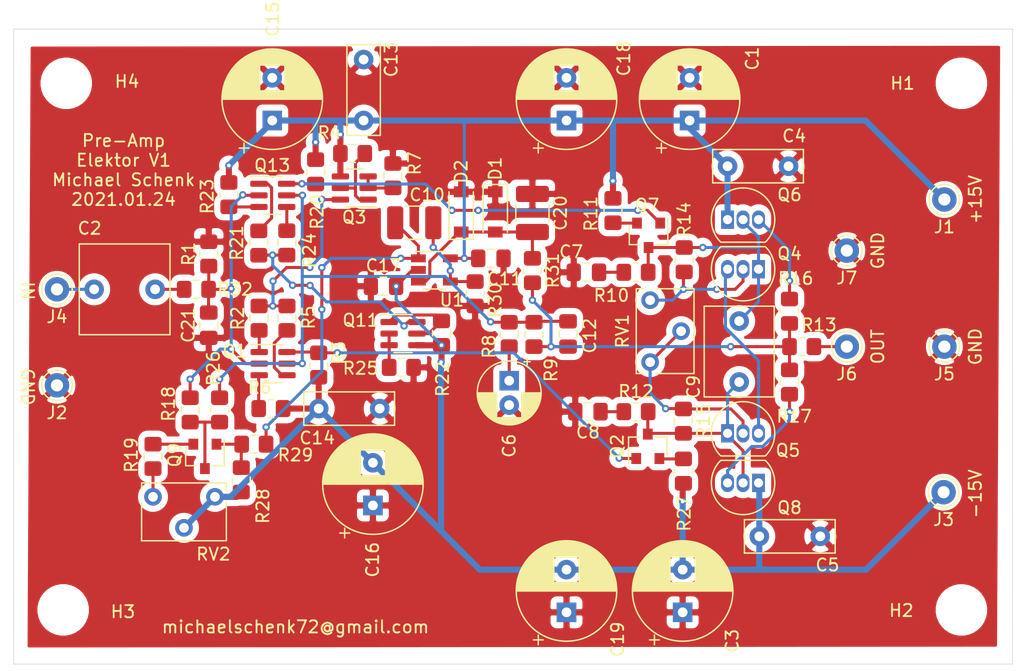
<source format=kicad_pcb>
(kicad_pcb (version 20171130) (host pcbnew "(5.1.9-0-10_14)")
  (layers (0 F.Cu signal) (31 B.Cu signal) (34 B.Paste user) (35 F.Paste user) (36 B.SilkS user) (37 F.SilkS user) (38 B.Mask user) (39 F.Mask user) (44 Edge.Cuts user))
  (net 0 "")
  (net 1 GND)
  (net 2 +15V)
  (net 3 "Net-(C2-Pad2)")
  (net 4 "Net-(C2-Pad1)")
  (net 5 -15V)
  (net 6 "Net-(C6-Pad1)")
  (net 7 "Net-(C7-Pad2)")
  (net 8 "Net-(J6-Pad1)")
  (net 9 "Net-(Q2-Pad2)")
  (net 10 "Net-(Q7-Pad2)")
  (net 11 "Net-(C12-Pad2)")
  (net 12 "Net-(C12-Pad1)")
  (net 13 "Net-(Q11-Pad1)")
  (net 14 "Net-(Q11-Pad6)")
  (net 15 "Net-(Q11-Pad2)")
  (net 16 "Net-(Q13-Pad4)")
  (net 17 "Net-(Q13-Pad3)")
  (net 18 "Net-(Q13-Pad1)")
  (net 19 "Net-(Q3-Pad6)")
  (net 20 "Net-(Q3-Pad1)")
  (net 21 "Net-(Q3-Pad2)")
  (net 22 "Net-(Q9-Pad2)")
  (net 23 "Net-(Q9-Pad1)")
  (net 24 "Net-(Q1-Pad4)")
  (net 25 "Net-(Q1-Pad3)")
  (net 26 "Net-(Q1-Pad1)")
  (net 27 "Net-(C8-Pad1)")
  (net 28 "Net-(C9-Pad2)")
  (net 29 "Net-(C9-Pad1)")
  (net 30 "Net-(Q1-Pad6)")
  (net 31 "Net-(Q4-Pad3)")
  (net 32 "Net-(Q4-Pad2)")
  (net 33 "Net-(Q5-Pad2)")
  (net 34 "Net-(Q6-Pad3)")
  (net 35 "Net-(Q13-Pad6)")
  (net 36 "Net-(Q8-Pad3)")
  (net 37 "Net-(C10-Pad2)")
  (net 38 "Net-(C10-Pad1)")
  (net 39 "Net-(C20-Pad2)")
  (net 40 "Net-(Q9-Pad3)")
  (net 41 "Net-(R19-Pad2)")
  (net 42 "Net-(C21-Pad2)")
  (module Resistor_SMD:R_0805_2012Metric_Pad1.20x1.40mm_HandSolder (layer F.Cu) (at 137.922 114.316 90)
    (fp_text reference R1 (at 0 -1.65 90) (layer F.SilkS))
    (fp_text value 10k)
    (pad 2 smd roundrect (at 1 0 90) (size 1.2 1.4) (layers F.Cu F.Paste F.Mask) (roundrect_rratio 0.2083325) (net 1 GND))
    (pad 1 smd roundrect (at -1 0 90) (size 1.2 1.4) (layers F.Cu F.Paste F.Mask) (roundrect_rratio 0.2083325) (net 42 "Net-(C21-Pad2)"))
  )
  (module Resistor_SMD:R_0805_2012Metric_Pad1.20x1.40mm_HandSolder (layer F.Cu) (at 136.906 117.221 180)
    (fp_text reference R32 (at -3.175 0) (layer F.SilkS))
    (fp_text value 470R)
    (pad 2 smd roundrect (at 1 0 180) (size 1.2 1.4) (layers F.Cu F.Paste F.Mask) (roundrect_rratio 0.208333) (net 4 "Net-(C2-Pad1)"))
    (pad 1 smd roundrect (at -1 0 180) (size 1.2 1.4) (layers F.Cu F.Paste F.Mask) (roundrect_rratio 0.208333) (net 42 "Net-(C21-Pad2)"))
  )
  (module Capacitor_SMD:C_0805_2012Metric_Pad1.18x1.45mm_HandSolder (layer F.Cu) (at 137.922 120.1635 90)
    (fp_text reference C21 (at 0 -1.68 90) (layer F.SilkS))
    (fp_text value 33p)
    (pad 2 smd roundrect (at 1.0375 0 90) (size 1.175 1.45) (layers F.Cu F.Paste F.Mask) (roundrect_rratio 0.212766) (net 42 "Net-(C21-Pad2)"))
    (pad 1 smd roundrect (at -1.0375 0 90) (size 1.175 1.45) (layers F.Cu F.Paste F.Mask) (roundrect_rratio 0.212766) (net 1 GND))
  )
  (module Resistor_SMD:R_0805_2012Metric_Pad1.20x1.40mm_HandSolder (layer F.Cu) (at 146.939 123.428 270)
    (fp_text reference R3 (at -1 -1.651 90) (layer F.SilkS))
    (fp_text value 806R)
    (pad 2 smd roundrect (at 1 0 270) (size 1.2 1.4) (layers F.Cu F.Paste F.Mask) (roundrect_rratio 0.2083325) (net 5 -15V))
    (pad 1 smd roundrect (at -1 0 270) (size 1.2 1.4) (layers F.Cu F.Paste F.Mask) (roundrect_rratio 0.2083325) (net 30 "Net-(Q1-Pad6)"))
  )
  (module Resistor_SMD:R_0805_2012Metric_Pad1.20x1.40mm_HandSolder (layer F.Cu) (at 162.56 120.92 270)
    (fp_text reference R8 (at 1 1.651 90) (layer F.SilkS))
    (fp_text value 10k)
    (pad 2 smd roundrect (at 1 0 270) (size 1.2 1.4) (layers F.Cu F.Paste F.Mask) (roundrect_rratio 0.2083325) (net 6 "Net-(C6-Pad1)"))
    (pad 1 smd roundrect (at -1 0 270) (size 1.2 1.4) (layers F.Cu F.Paste F.Mask) (roundrect_rratio 0.2083325) (net 11 "Net-(C12-Pad2)"))
  )
  (module Diode_SMD:D_SOD-123 (layer F.Cu) (at 161.417 110.872 270)
    (fp_text reference D1 (at -3.557 0 90) (layer F.SilkS))
    (fp_text value 1N4148W)
    (pad 2 smd rect (at 1.65 0 270) (size 0.9 1.2) (layers F.Cu F.Paste F.Mask) (net 39 "Net-(C20-Pad2)"))
    (pad 1 smd rect (at -1.65 0 270) (size 0.9 1.2) (layers F.Cu F.Paste F.Mask) (net 1 GND))
  )
  (module Capacitor_SMD:C_1210_3225Metric_Pad1.33x2.70mm_HandSolder (layer F.Cu) (at 164.465 110.9595 270)
    (fp_text reference C20 (at 0 -2.3 90) (layer F.SilkS))
    (fp_text value 2.2uF)
    (pad 2 smd roundrect (at 1.5625 0 270) (size 1.325 2.7) (layers F.Cu F.Paste F.Mask) (roundrect_rratio 0.188679) (net 39 "Net-(C20-Pad2)"))
    (pad 1 smd roundrect (at -1.5625 0 270) (size 1.325 2.7) (layers F.Cu F.Paste F.Mask) (roundrect_rratio 0.188679) (net 1 GND))
  )
  (module Capacitor_SMD:C_1210_3225Metric_Pad1.33x2.70mm_HandSolder (layer F.Cu) (at 154.7745 111.76)
    (fp_text reference C10 (at 1.0545 -2.286) (layer F.SilkS))
    (fp_text value 2.2uF)
    (pad 2 smd roundrect (at 1.5625 0) (size 1.325 2.7) (layers F.Cu F.Paste F.Mask) (roundrect_rratio 0.188679) (net 37 "Net-(C10-Pad2)"))
    (pad 1 smd roundrect (at -1.5625 0) (size 1.325 2.7) (layers F.Cu F.Paste F.Mask) (roundrect_rratio 0.188679) (net 38 "Net-(C10-Pad1)"))
  )
  (module Package_TO_SOT_SMD:TSOT-23-5 (layer F.Cu) (at 156.424 115.631)
    (fp_text reference U1 (at 1.437 2.479) (layer F.SilkS))
    (fp_text value OPA188xxDBV)
    (pad 5 smd rect (at 1.31 -0.95) (size 1.22 0.65) (layers F.Cu F.Paste F.Mask) (net 2 +15V))
    (pad 4 smd rect (at 1.31 0.95) (size 1.22 0.65) (layers F.Cu F.Paste F.Mask) (net 37 "Net-(C10-Pad2)"))
    (pad 3 smd rect (at -1.31 0.95) (size 1.22 0.65) (layers F.Cu F.Paste F.Mask) (net 39 "Net-(C20-Pad2)"))
    (pad 2 smd rect (at -1.31 0) (size 1.22 0.65) (layers F.Cu F.Paste F.Mask) (net 5 -15V))
    (pad 1 smd rect (at -1.31 -0.95) (size 1.22 0.65) (layers F.Cu F.Paste F.Mask) (net 38 "Net-(C10-Pad1)"))
  )
  (module Potentiometer_THT:Potentiometer_Bourns_3266W_Vertical (layer F.Cu) (at 138.43 134.239)
    (fp_text reference RV2 (at -0.127 4.699) (layer F.SilkS))
    (fp_text value 100k)
    (pad 3 thru_hole circle (at -5.08 0) (size 1.44 1.44) (drill 0.8) (layers *.Cu *.Mask) (net 41 "Net-(R19-Pad2)"))
    (pad 2 thru_hole circle (at -2.54 2.54) (size 1.44 1.44) (drill 0.8) (layers *.Cu *.Mask) (net 5 -15V))
    (pad 1 thru_hole circle (at 0 0) (size 1.44 1.44) (drill 0.8) (layers *.Cu *.Mask) (net 5 -15V))
  )
  (module Potentiometer_THT:Potentiometer_Bourns_3266W_Vertical (layer F.Cu) (at 174.117 118.11 90)
    (fp_text reference RV1 (at -2.54 -2.27 90) (layer F.SilkS))
    (fp_text value 10k)
    (pad 3 thru_hole circle (at -5.08 0 90) (size 1.44 1.44) (drill 0.8) (layers *.Cu *.Mask) (net 33 "Net-(Q5-Pad2)"))
    (pad 2 thru_hole circle (at -2.54 2.54 90) (size 1.44 1.44) (drill 0.8) (layers *.Cu *.Mask) (net 33 "Net-(Q5-Pad2)"))
    (pad 1 thru_hole circle (at 0 0 90) (size 1.44 1.44) (drill 0.8) (layers *.Cu *.Mask) (net 32 "Net-(Q4-Pad2)"))
  )
  (module Capacitor_SMD:C_0805_2012Metric_Pad1.18x1.45mm_HandSolder (layer F.Cu) (at 169.0155 127.254 180)
    (fp_text reference C8 (at 0 -1.68) (layer F.SilkS))
    (fp_text value 150p)
    (pad 2 smd roundrect (at 1.0375 0 180) (size 1.175 1.45) (layers F.Cu F.Paste F.Mask) (roundrect_rratio 0.212766) (net 1 GND))
    (pad 1 smd roundrect (at -1.0375 0 180) (size 1.175 1.45) (layers F.Cu F.Paste F.Mask) (roundrect_rratio 0.212766) (net 27 "Net-(C8-Pad1)"))
  )
  (module Capacitor_SMD:C_0805_2012Metric_Pad1.18x1.45mm_HandSolder (layer F.Cu) (at 168.8885 115.824)
    (fp_text reference C7 (at -1.2485 -1.68) (layer F.SilkS))
    (fp_text value 150p)
    (pad 2 smd roundrect (at 1.0375 0) (size 1.175 1.45) (layers F.Cu F.Paste F.Mask) (roundrect_rratio 0.212766) (net 7 "Net-(C7-Pad2)"))
    (pad 1 smd roundrect (at -1.0375 0) (size 1.175 1.45) (layers F.Cu F.Paste F.Mask) (roundrect_rratio 0.212766) (net 1 GND))
  )
  (module Capacitor_THT:C_Rect_L7.2mm_W2.5mm_P5.00mm_FKS2_FKP2_MKS2_MKP2 (layer F.Cu) (at 185.467 107.1245 180)
    (fp_text reference C4 (at -0.461 2.4765) (layer F.SilkS))
    (fp_text value 100nF)
    (pad 2 thru_hole circle (at 5 0 180) (size 1.6 1.6) (drill 0.8) (layers *.Cu *.Mask) (net 2 +15V))
    (pad 1 thru_hole circle (at 0 0 180) (size 1.6 1.6) (drill 0.8) (layers *.Cu *.Mask) (net 1 GND))
  )
  (module Capacitor_THT:C_Rect_L7.2mm_W5.5mm_P5.00mm_FKS2_FKP2_MKS2_MKP2 (layer F.Cu) (at 181.4195 124.8245 90)
    (fp_text reference C9 (at -0.3975 -3.7465 90) (layer F.SilkS))
    (fp_text value 1uF)
    (pad 2 thru_hole circle (at 5 0 90) (size 1.6 1.6) (drill 0.8) (layers *.Cu *.Mask) (net 28 "Net-(C9-Pad2)"))
    (pad 1 thru_hole circle (at 0 0 90) (size 1.6 1.6) (drill 0.8) (layers *.Cu *.Mask) (net 29 "Net-(C9-Pad1)"))
  )
  (module Resistor_SMD:R_0805_2012Metric_Pad1.20x1.40mm_HandSolder (layer F.Cu) (at 164.465 115.681 90)
    (fp_text reference R31 (at 0 1.651 90) (layer F.SilkS))
    (fp_text value 475k)
    (pad 2 smd roundrect (at 1 0 90) (size 1.2 1.4) (layers F.Cu F.Paste F.Mask) (roundrect_rratio 0.208333) (net 39 "Net-(C20-Pad2)"))
    (pad 1 smd roundrect (at -1 0 90) (size 1.2 1.4) (layers F.Cu F.Paste F.Mask) (roundrect_rratio 0.208333) (net 12 "Net-(C12-Pad1)"))
  )
  (module Resistor_SMD:R_0805_2012Metric_Pad1.20x1.40mm_HandSolder (layer F.Cu) (at 159.766 117.586 270)
    (fp_text reference R30 (at 0.524 -1.651 90) (layer F.SilkS))
    (fp_text value 475k)
    (pad 2 smd roundrect (at 1 0 270) (size 1.2 1.4) (layers F.Cu F.Paste F.Mask) (roundrect_rratio 0.208333) (net 1 GND))
    (pad 1 smd roundrect (at -1 0 270) (size 1.2 1.4) (layers F.Cu F.Paste F.Mask) (roundrect_rratio 0.208333) (net 37 "Net-(C10-Pad2)"))
  )
  (module Resistor_SMD:R_0805_2012Metric_Pad1.20x1.40mm_HandSolder (layer F.Cu) (at 141.621 129.921 180)
    (fp_text reference R29 (at -3.413 -0.889) (layer F.SilkS))
    (fp_text value 27k)
    (pad 2 smd roundrect (at 1 0 180) (size 1.2 1.4) (layers F.Cu F.Paste F.Mask) (roundrect_rratio 0.208333) (net 23 "Net-(Q9-Pad1)"))
    (pad 1 smd roundrect (at -1 0 180) (size 1.2 1.4) (layers F.Cu F.Paste F.Mask) (roundrect_rratio 0.208333) (net 38 "Net-(C10-Pad1)"))
  )
  (module Resistor_SMD:R_0805_2012Metric_Pad1.20x1.40mm_HandSolder (layer F.Cu) (at 140.589 132.842 270)
    (fp_text reference R28 (at 2.159 -1.778 90) (layer F.SilkS))
    (fp_text value 3.9k)
    (pad 2 smd roundrect (at 1 0 270) (size 1.2 1.4) (layers F.Cu F.Paste F.Mask) (roundrect_rratio 0.208333) (net 5 -15V))
    (pad 1 smd roundrect (at -1 0 270) (size 1.2 1.4) (layers F.Cu F.Paste F.Mask) (roundrect_rratio 0.208333) (net 23 "Net-(Q9-Pad1)"))
  )
  (module Resistor_SMD:R_0805_2012Metric_Pad1.20x1.40mm_HandSolder (layer F.Cu) (at 138.811 127.111 270)
    (fp_text reference R26 (at -3.413 0.508 90) (layer F.SilkS))
    (fp_text value 392k)
    (pad 2 smd roundrect (at 1 0 270) (size 1.2 1.4) (layers F.Cu F.Paste F.Mask) (roundrect_rratio 0.208333) (net 40 "Net-(Q9-Pad3)"))
    (pad 1 smd roundrect (at -1 0 270) (size 1.2 1.4) (layers F.Cu F.Paste F.Mask) (roundrect_rratio 0.208333) (net 11 "Net-(C12-Pad2)"))
  )
  (module Resistor_SMD:R_0805_2012Metric_Pad1.20x1.40mm_HandSolder (layer F.Cu) (at 133.35 130.921 270)
    (fp_text reference R19 (at -0.111 1.778 90) (layer F.SilkS))
    (fp_text value 100k)
    (pad 2 smd roundrect (at 1 0 270) (size 1.2 1.4) (layers F.Cu F.Paste F.Mask) (roundrect_rratio 0.208333) (net 41 "Net-(R19-Pad2)"))
    (pad 1 smd roundrect (at -1 0 270) (size 1.2 1.4) (layers F.Cu F.Paste F.Mask) (roundrect_rratio 0.208333) (net 22 "Net-(Q9-Pad2)"))
  )
  (module Resistor_SMD:R_0805_2012Metric_Pad1.20x1.40mm_HandSolder (layer F.Cu) (at 136.398 127.111 270)
    (fp_text reference R18 (at -0.492 1.778 90) (layer F.SilkS))
    (fp_text value 392k)
    (pad 2 smd roundrect (at 1 0 270) (size 1.2 1.4) (layers F.Cu F.Paste F.Mask) (roundrect_rratio 0.208333) (net 40 "Net-(Q9-Pad3)"))
    (pad 1 smd roundrect (at -1 0 270) (size 1.2 1.4) (layers F.Cu F.Paste F.Mask) (roundrect_rratio 0.208333) (net 42 "Net-(C21-Pad2)"))
  )
  (module Package_TO_SOT_SMD:SOT-23 (layer F.Cu) (at 137.607 130.921 270)
    (fp_text reference Q9 (at -0.111 2.479 90) (layer F.SilkS))
    (fp_text value BC850C)
    (pad 3 smd rect (at 1 0 270) (size 0.9 0.8) (layers F.Cu F.Paste F.Mask) (net 40 "Net-(Q9-Pad3)"))
    (pad 2 smd rect (at -1 0.95 270) (size 0.9 0.8) (layers F.Cu F.Paste F.Mask) (net 22 "Net-(Q9-Pad2)"))
    (pad 1 smd rect (at -1 -0.95 270) (size 0.9 0.8) (layers F.Cu F.Paste F.Mask) (net 23 "Net-(Q9-Pad1)"))
  )
  (module Diode_SMD:D_SOD-123 (layer F.Cu) (at 158.623 110.872 90)
    (fp_text reference D2 (at 3.303 0 90) (layer F.SilkS))
    (fp_text value 1N4148W)
    (pad 2 smd rect (at 1.65 0 90) (size 0.9 1.2) (layers F.Cu F.Paste F.Mask) (net 1 GND))
    (pad 1 smd rect (at -1.65 0 90) (size 0.9 1.2) (layers F.Cu F.Paste F.Mask) (net 39 "Net-(C20-Pad2)"))
  )
  (module Capacitor_SMD:C_0805_2012Metric_Pad1.18x1.45mm_HandSolder (layer F.Cu) (at 152.2515 116.967)
    (fp_text reference C17 (at 0 -1.68) (layer F.SilkS))
    (fp_text value 100nF)
    (pad 2 smd roundrect (at 1.0375 0) (size 1.175 1.45) (layers F.Cu F.Paste F.Mask) (roundrect_rratio 0.212766) (net 5 -15V))
    (pad 1 smd roundrect (at -1.0375 0) (size 1.175 1.45) (layers F.Cu F.Paste F.Mask) (roundrect_rratio 0.212766) (net 1 GND))
  )
  (module Capacitor_SMD:C_0805_2012Metric_Pad1.18x1.45mm_HandSolder (layer F.Cu) (at 161.0575 114.681 180)
    (fp_text reference C11 (at -1.1215 -1.68) (layer F.SilkS))
    (fp_text value 100nF)
    (pad 2 smd roundrect (at 1.0375 0 180) (size 1.175 1.45) (layers F.Cu F.Paste F.Mask) (roundrect_rratio 0.212766) (net 2 +15V))
    (pad 1 smd roundrect (at -1.0375 0 180) (size 1.175 1.45) (layers F.Cu F.Paste F.Mask) (roundrect_rratio 0.212766) (net 1 GND))
  )
  (module Resistor_SMD:R_0805_2012Metric_Pad1.20x1.40mm_HandSolder (layer F.Cu) (at 185.547 124.825 270)
    (fp_text reference R17 (at 2.81 -0.381 180) (layer F.SilkS))
    (fp_text value 10R)
    (pad 2 smd roundrect (at 1 0 270) (size 1.2 1.4) (layers F.Cu F.Paste F.Mask) (roundrect_rratio 0.208333) (net 36 "Net-(Q8-Pad3)"))
    (pad 1 smd roundrect (at -1 0 270) (size 1.2 1.4) (layers F.Cu F.Paste F.Mask) (roundrect_rratio 0.208333) (net 12 "Net-(C12-Pad1)"))
  )
  (module Resistor_SMD:R_0805_2012Metric_Pad1.20x1.40mm_HandSolder (layer F.Cu) (at 185.547 119.015 270)
    (fp_text reference R16 (at -2.683 -0.508 180) (layer F.SilkS))
    (fp_text value 10R)
    (pad 2 smd roundrect (at 1 0 270) (size 1.2 1.4) (layers F.Cu F.Paste F.Mask) (roundrect_rratio 0.208333) (net 12 "Net-(C12-Pad1)"))
    (pad 1 smd roundrect (at -1 0 270) (size 1.2 1.4) (layers F.Cu F.Paste F.Mask) (roundrect_rratio 0.208333) (net 34 "Net-(Q6-Pad3)"))
  )
  (module Resistor_SMD:R_0805_2012Metric_Pad1.20x1.40mm_HandSolder (layer F.Cu) (at 176.8475 128.032 270)
    (fp_text reference R15 (at 0 -1.65 90) (layer F.SilkS))
    (fp_text value 390R)
    (pad 2 smd roundrect (at 1 0 270) (size 1.2 1.4) (layers F.Cu F.Paste F.Mask) (roundrect_rratio 0.208333) (net 29 "Net-(C9-Pad1)"))
    (pad 1 smd roundrect (at -1 0 270) (size 1.2 1.4) (layers F.Cu F.Paste F.Mask) (roundrect_rratio 0.208333) (net 33 "Net-(Q5-Pad2)"))
  )
  (module Resistor_SMD:R_0805_2012Metric_Pad1.20x1.40mm_HandSolder (layer F.Cu) (at 176.911 114.792 270)
    (fp_text reference R14 (at -3.286 0 90) (layer F.SilkS))
    (fp_text value 390R)
    (pad 2 smd roundrect (at 1 0 270) (size 1.2 1.4) (layers F.Cu F.Paste F.Mask) (roundrect_rratio 0.208333) (net 32 "Net-(Q4-Pad2)"))
    (pad 1 smd roundrect (at -1 0 270) (size 1.2 1.4) (layers F.Cu F.Paste F.Mask) (roundrect_rratio 0.208333) (net 28 "Net-(C9-Pad2)"))
  )
  (module Resistor_SMD:R_0805_2012Metric_Pad1.20x1.40mm_HandSolder (layer F.Cu) (at 172.958 127.254)
    (fp_text reference R12 (at 0 -1.65) (layer F.SilkS))
    (fp_text value 10k)
    (pad 2 smd roundrect (at 1 0) (size 1.2 1.4) (layers F.Cu F.Paste F.Mask) (roundrect_rratio 0.208333) (net 29 "Net-(C9-Pad1)"))
    (pad 1 smd roundrect (at -1 0) (size 1.2 1.4) (layers F.Cu F.Paste F.Mask) (roundrect_rratio 0.208333) (net 27 "Net-(C8-Pad1)"))
  )
  (module Resistor_SMD:R_0805_2012Metric_Pad1.20x1.40mm_HandSolder (layer F.Cu) (at 172.958 115.824 180)
    (fp_text reference R10 (at 2.016 -1.905) (layer F.SilkS))
    (fp_text value 10k)
    (pad 2 smd roundrect (at 1 0 180) (size 1.2 1.4) (layers F.Cu F.Paste F.Mask) (roundrect_rratio 0.208333) (net 7 "Net-(C7-Pad2)"))
    (pad 1 smd roundrect (at -1 0 180) (size 1.2 1.4) (layers F.Cu F.Paste F.Mask) (roundrect_rratio 0.208333) (net 28 "Net-(C9-Pad2)"))
  )
  (module Package_TO_SOT_THT:TO-92_Inline (layer F.Cu) (at 183.007 133.096 180)
    (fp_text reference Q8 (at -2.54 -2.032) (layer F.SilkS))
    (fp_text value BC327-40)
    (pad 1 thru_hole rect (at 0 0 180) (size 1.05 1.5) (drill 0.75) (layers *.Cu *.Mask) (net 5 -15V))
    (pad 3 thru_hole oval (at 2.54 0 180) (size 1.05 1.5) (drill 0.75) (layers *.Cu *.Mask) (net 36 "Net-(Q8-Pad3)"))
    (pad 2 thru_hole oval (at 1.27 0 180) (size 1.05 1.5) (drill 0.75) (layers *.Cu *.Mask) (net 29 "Net-(C9-Pad1)"))
  )
  (module Package_TO_SOT_THT:TO-92_Inline (layer F.Cu) (at 180.467 111.506)
    (fp_text reference Q6 (at 5.08 -2.032) (layer F.SilkS))
    (fp_text value BC337-40)
    (pad 1 thru_hole rect (at 0 0) (size 1.05 1.5) (drill 0.75) (layers *.Cu *.Mask) (net 2 +15V))
    (pad 3 thru_hole oval (at 2.54 0) (size 1.05 1.5) (drill 0.75) (layers *.Cu *.Mask) (net 34 "Net-(Q6-Pad3)"))
    (pad 2 thru_hole oval (at 1.27 0) (size 1.05 1.5) (drill 0.75) (layers *.Cu *.Mask) (net 28 "Net-(C9-Pad2)"))
  )
  (module Package_TO_SOT_THT:TO-92_Inline (layer F.Cu) (at 180.467 129.032)
    (fp_text reference Q5 (at 4.953 1.397) (layer F.SilkS))
    (fp_text value BC560C)
    (pad 1 thru_hole rect (at 0 0) (size 1.05 1.5) (drill 0.75) (layers *.Cu *.Mask) (net 29 "Net-(C9-Pad1)"))
    (pad 3 thru_hole oval (at 2.54 0) (size 1.05 1.5) (drill 0.75) (layers *.Cu *.Mask) (net 31 "Net-(Q4-Pad3)"))
    (pad 2 thru_hole oval (at 1.27 0) (size 1.05 1.5) (drill 0.75) (layers *.Cu *.Mask) (net 33 "Net-(Q5-Pad2)"))
  )
  (module Package_TO_SOT_THT:TO-92_Inline (layer F.Cu) (at 183.007 115.57 180)
    (fp_text reference Q4 (at -2.54 1.27) (layer F.SilkS))
    (fp_text value BC550C)
    (pad 1 thru_hole rect (at 0 0 180) (size 1.05 1.5) (drill 0.75) (layers *.Cu *.Mask) (net 28 "Net-(C9-Pad2)"))
    (pad 3 thru_hole oval (at 2.54 0 180) (size 1.05 1.5) (drill 0.75) (layers *.Cu *.Mask) (net 31 "Net-(Q4-Pad3)"))
    (pad 2 thru_hole oval (at 1.27 0 180) (size 1.05 1.5) (drill 0.75) (layers *.Cu *.Mask) (net 32 "Net-(Q4-Pad2)"))
  )
  (module Package_TO_SOT_SMD:SOT-23 (layer F.Cu) (at 173.9265 130.0955 90)
    (fp_text reference Q2 (at 0 -2.5 90) (layer F.SilkS))
    (fp_text value BC850C)
    (pad 3 smd rect (at 1 0 90) (size 0.9 0.8) (layers F.Cu F.Paste F.Mask) (net 29 "Net-(C9-Pad1)"))
    (pad 2 smd rect (at -1 0.95 90) (size 0.9 0.8) (layers F.Cu F.Paste F.Mask) (net 9 "Net-(Q2-Pad2)"))
    (pad 1 smd rect (at -1 -0.95 90) (size 0.9 0.8) (layers F.Cu F.Paste F.Mask) (net 30 "Net-(Q1-Pad6)"))
  )
  (module Package_SO:SC-74-6_1.5x2.9mm_P0.95mm (layer F.Cu) (at 143.198 123.3145)
    (fp_text reference Q1 (at -3.1424 -1.0262) (layer F.SilkS))
    (fp_text value BCM857DS,115)
    (pad 6 smd roundrect (at 1.1375 -0.95) (size 1.425 0.5) (layers F.Cu F.Paste F.Mask) (net 30 "Net-(Q1-Pad6)"))
    (pad 5 smd roundrect (at 1.1375 0) (size 1.425 0.5) (layers F.Cu F.Paste F.Mask) (net 11 "Net-(C12-Pad2)"))
    (pad 4 smd roundrect (at 1.1375 0.95) (size 1.425 0.5) (layers F.Cu F.Paste F.Mask) (net 24 "Net-(Q1-Pad4)"))
    (pad 3 smd roundrect (at -1.1375 0.95) (size 1.425 0.5) (layers F.Cu F.Paste F.Mask) (net 25 "Net-(Q1-Pad3)"))
    (pad 2 smd roundrect (at -1.1375 0) (size 1.425 0.5) (layers F.Cu F.Paste F.Mask) (net 42 "Net-(C21-Pad2)"))
    (pad 1 smd roundrect (at -1.1375 -0.95) (size 1.425 0.5) (layers F.Cu F.Paste F.Mask) (net 26 "Net-(Q1-Pad1)"))
  )
  (module Package_SO:SC-74-6_1.5x2.9mm_P0.95mm (layer F.Cu) (at 149.8545 108.9127 180)
    (fp_text reference Q3 (at 0 -2.4) (layer F.SilkS))
    (fp_text value BCM857DS,115)
    (pad 6 smd roundrect (at 1.1375 -0.95 180) (size 1.425 0.5) (layers F.Cu F.Paste F.Mask) (net 19 "Net-(Q3-Pad6)"))
    (pad 5 smd roundrect (at 1.1375 0 180) (size 1.425 0.5) (layers F.Cu F.Paste F.Mask) (net 20 "Net-(Q3-Pad1)"))
    (pad 4 smd roundrect (at 1.1375 0.95 180) (size 1.425 0.5) (layers F.Cu F.Paste F.Mask) (net 2 +15V))
    (pad 3 smd roundrect (at -1.1375 0.95 180) (size 1.425 0.5) (layers F.Cu F.Paste F.Mask) (net 21 "Net-(Q3-Pad2)"))
    (pad 2 smd roundrect (at -1.1375 0 180) (size 1.425 0.5) (layers F.Cu F.Paste F.Mask) (net 21 "Net-(Q3-Pad2)"))
    (pad 1 smd roundrect (at -1.1375 -0.95 180) (size 1.425 0.5) (layers F.Cu F.Paste F.Mask) (net 20 "Net-(Q3-Pad1)"))
  )
  (module Package_SO:SC-74-6_1.5x2.9mm_P0.95mm (layer F.Cu) (at 143.1743 109.5146)
    (fp_text reference Q13 (at -0.0453 -2.4536) (layer F.SilkS))
    (fp_text value BCM847DS,115)
    (pad 6 smd roundrect (at 1.1375 -0.95) (size 1.425 0.5) (layers F.Cu F.Paste F.Mask) (net 35 "Net-(Q13-Pad6)"))
    (pad 5 smd roundrect (at 1.1375 0) (size 1.425 0.5) (layers F.Cu F.Paste F.Mask) (net 11 "Net-(C12-Pad2)"))
    (pad 4 smd roundrect (at 1.1375 0.95) (size 1.425 0.5) (layers F.Cu F.Paste F.Mask) (net 16 "Net-(Q13-Pad4)"))
    (pad 3 smd roundrect (at -1.1375 0.95) (size 1.425 0.5) (layers F.Cu F.Paste F.Mask) (net 17 "Net-(Q13-Pad3)"))
    (pad 2 smd roundrect (at -1.1375 0) (size 1.425 0.5) (layers F.Cu F.Paste F.Mask) (net 42 "Net-(C21-Pad2)"))
    (pad 1 smd roundrect (at -1.1375 -0.95) (size 1.425 0.5) (layers F.Cu F.Paste F.Mask) (net 18 "Net-(Q13-Pad1)"))
  )
  (module Package_SO:SC-74-6_1.5x2.9mm_P0.95mm (layer F.Cu) (at 153.8503 120.8507)
    (fp_text reference Q11 (at -3.4823 -1.0897) (layer F.SilkS))
    (fp_text value BCM847DS,115)
    (pad 6 smd roundrect (at 1.1375 -0.95) (size 1.425 0.5) (layers F.Cu F.Paste F.Mask) (net 14 "Net-(Q11-Pad6)"))
    (pad 5 smd roundrect (at 1.1375 0) (size 1.425 0.5) (layers F.Cu F.Paste F.Mask) (net 13 "Net-(Q11-Pad1)"))
    (pad 4 smd roundrect (at 1.1375 0.95) (size 1.425 0.5) (layers F.Cu F.Paste F.Mask) (net 5 -15V))
    (pad 3 smd roundrect (at -1.1375 0.95) (size 1.425 0.5) (layers F.Cu F.Paste F.Mask) (net 15 "Net-(Q11-Pad2)"))
    (pad 2 smd roundrect (at -1.1375 0) (size 1.425 0.5) (layers F.Cu F.Paste F.Mask) (net 15 "Net-(Q11-Pad2)"))
    (pad 1 smd roundrect (at -1.1375 -0.95) (size 1.425 0.5) (layers F.Cu F.Paste F.Mask) (net 13 "Net-(Q11-Pad1)"))
  )
  (module Capacitor_THT:CP_Radial_D8.0mm_P3.50mm (layer F.Cu) (at 177.3555 103.378 90)
    (fp_text reference C1 (at 5.08 5.1435 90) (layer F.SilkS))
    (fp_text value 220uF)
    (pad 2 thru_hole circle (at 3.5 0 90) (size 1.6 1.6) (drill 0.8) (layers *.Cu *.Mask) (net 1 GND))
    (pad 1 thru_hole rect (at 0 0 90) (size 1.6 1.6) (drill 0.8) (layers *.Cu *.Mask) (net 2 +15V))
  )
  (module Capacitor_THT:CP_Radial_D8.0mm_P3.50mm (layer F.Cu) (at 167.259 143.708 90)
    (fp_text reference C19 (at -2.215 4.191 90) (layer F.SilkS))
    (fp_text value 220uF)
    (pad 2 thru_hole circle (at 3.5 0 90) (size 1.6 1.6) (drill 0.8) (layers *.Cu *.Mask) (net 5 -15V))
    (pad 1 thru_hole rect (at 0 0 90) (size 1.6 1.6) (drill 0.8) (layers *.Cu *.Mask) (net 1 GND))
  )
  (module Capacitor_THT:CP_Radial_D8.0mm_P3.50mm (layer F.Cu) (at 167.259 103.378 90)
    (fp_text reference C18 (at 5.08 4.699 90) (layer F.SilkS))
    (fp_text value 220uF)
    (pad 2 thru_hole circle (at 3.5 0 90) (size 1.6 1.6) (drill 0.8) (layers *.Cu *.Mask) (net 1 GND))
    (pad 1 thru_hole rect (at 0 0 90) (size 1.6 1.6) (drill 0.8) (layers *.Cu *.Mask) (net 2 +15V))
  )
  (module Capacitor_THT:CP_Radial_D5.0mm_P2.00mm (layer F.Cu) (at 162.56 124.714 270)
    (fp_text reference C6 (at 5.334 0 90) (layer F.SilkS))
    (fp_text value 100uF)
    (pad 2 thru_hole circle (at 2 0 270) (size 1.6 1.6) (drill 0.8) (layers *.Cu *.Mask) (net 1 GND))
    (pad 1 thru_hole rect (at 0 0 270) (size 1.6 1.6) (drill 0.8) (layers *.Cu *.Mask) (net 6 "Net-(C6-Pad1)"))
  )
  (module Resistor_SMD:R_0805_2012Metric_Pad1.20x1.40mm_HandSolder (layer F.Cu) (at 186.547 121.92 180)
    (fp_text reference R13 (at -1.413 1.778) (layer F.SilkS))
    (fp_text value 47R)
    (pad 2 smd roundrect (at 1 0 180) (size 1.2 1.4) (layers F.Cu F.Paste F.Mask) (roundrect_rratio 0.2083325) (net 12 "Net-(C12-Pad1)"))
    (pad 1 smd roundrect (at -1 0 180) (size 1.2 1.4) (layers F.Cu F.Paste F.Mask) (roundrect_rratio 0.2083325) (net 8 "Net-(J6-Pad1)"))
  )
  (module Resistor_SMD:R_0805_2012Metric_Pad1.20x1.40mm_HandSolder (layer F.Cu) (at 176.8475 132.1275 270)
    (fp_text reference R27 (at 3.5085 -0.0635 90) (layer F.SilkS))
    (fp_text value 249R)
    (pad 2 smd roundrect (at 1 0 270) (size 1.2 1.4) (layers F.Cu F.Paste F.Mask) (roundrect_rratio 0.2083325) (net 5 -15V))
    (pad 1 smd roundrect (at -1 0 270) (size 1.2 1.4) (layers F.Cu F.Paste F.Mask) (roundrect_rratio 0.2083325) (net 9 "Net-(Q2-Pad2)"))
  )
  (module Resistor_SMD:R_0805_2012Metric_Pad1.20x1.40mm_HandSolder (layer F.Cu) (at 153.7175 123.6218 180)
    (fp_text reference R25 (at 3.3495 -0.0762) (layer F.SilkS))
    (fp_text value 10k)
    (pad 2 smd roundrect (at 1 0 180) (size 1.2 1.4) (layers F.Cu F.Paste F.Mask) (roundrect_rratio 0.2083325) (net 15 "Net-(Q11-Pad2)"))
    (pad 1 smd roundrect (at -1 0 180) (size 1.2 1.4) (layers F.Cu F.Paste F.Mask) (roundrect_rratio 0.2083325) (net 1 GND))
  )
  (module Resistor_SMD:R_0805_2012Metric_Pad1.20x1.40mm_HandSolder (layer F.Cu) (at 144.3228 113.4143 270)
    (fp_text reference R24 (at 0.6317 -1.8542 90) (layer F.SilkS))
    (fp_text value 80.6R)
    (pad 2 smd roundrect (at 1 0 270) (size 1.2 1.4) (layers F.Cu F.Paste F.Mask) (roundrect_rratio 0.2083325) (net 14 "Net-(Q11-Pad6)"))
    (pad 1 smd roundrect (at -1 0 270) (size 1.2 1.4) (layers F.Cu F.Paste F.Mask) (roundrect_rratio 0.2083325) (net 16 "Net-(Q13-Pad4)"))
  )
  (module Resistor_SMD:R_0805_2012Metric_Pad1.20x1.40mm_HandSolder (layer F.Cu) (at 139.573 109.458 270)
    (fp_text reference R23 (at 0.143 1.778 90) (layer F.SilkS))
    (fp_text value 806R)
    (pad 2 smd roundrect (at 1 0 270) (size 1.2 1.4) (layers F.Cu F.Paste F.Mask) (roundrect_rratio 0.2083325) (net 17 "Net-(Q13-Pad3)"))
    (pad 1 smd roundrect (at -1 0 270) (size 1.2 1.4) (layers F.Cu F.Paste F.Mask) (roundrect_rratio 0.2083325) (net 2 +15V))
  )
  (module Resistor_SMD:R_0805_2012Metric_Pad1.20x1.40mm_HandSolder (layer F.Cu) (at 157.0101 120.8118 270)
    (fp_text reference R22 (at 3.7752 -0.0889 90) (layer F.SilkS))
    (fp_text value 140R)
    (pad 2 smd roundrect (at 1 0 270) (size 1.2 1.4) (layers F.Cu F.Paste F.Mask) (roundrect_rratio 0.2083325) (net 5 -15V))
    (pad 1 smd roundrect (at -1 0 270) (size 1.2 1.4) (layers F.Cu F.Paste F.Mask) (roundrect_rratio 0.2083325) (net 13 "Net-(Q11-Pad1)"))
  )
  (module Resistor_SMD:R_0805_2012Metric_Pad1.20x1.40mm_HandSolder (layer F.Cu) (at 142.0241 113.427 270)
    (fp_text reference R21 (at -0.0094 1.8034 90) (layer F.SilkS))
    (fp_text value 80.6R)
    (pad 2 smd roundrect (at 1 0 270) (size 1.2 1.4) (layers F.Cu F.Paste F.Mask) (roundrect_rratio 0.2083325) (net 14 "Net-(Q11-Pad6)"))
    (pad 1 smd roundrect (at -1 0 270) (size 1.2 1.4) (layers F.Cu F.Paste F.Mask) (roundrect_rratio 0.2083325) (net 18 "Net-(Q13-Pad1)"))
  )
  (module Resistor_SMD:R_0805_2012Metric_Pad1.20x1.40mm_HandSolder (layer F.Cu) (at 146.685 107.585 270)
    (fp_text reference R20 (at 3.286 -0.127 90) (layer F.SilkS))
    (fp_text value 806R)
    (pad 2 smd roundrect (at 1 0 270) (size 1.2 1.4) (layers F.Cu F.Paste F.Mask) (roundrect_rratio 0.2083325) (net 35 "Net-(Q13-Pad6)"))
    (pad 1 smd roundrect (at -1 0 270) (size 1.2 1.4) (layers F.Cu F.Paste F.Mask) (roundrect_rratio 0.2083325) (net 2 +15V))
  )
  (module Capacitor_THT:CP_Radial_D8.0mm_P3.50mm (layer F.Cu) (at 151.384 134.945 90)
    (fp_text reference C16 (at -4.4502 -0.0254 90) (layer F.SilkS))
    (fp_text value 220uF)
    (pad 2 thru_hole circle (at 3.5 0 90) (size 1.6 1.6) (drill 0.8) (layers *.Cu *.Mask) (net 5 -15V))
    (pad 1 thru_hole rect (at 0 0 90) (size 1.6 1.6) (drill 0.8) (layers *.Cu *.Mask) (net 1 GND))
  )
  (module Capacitor_THT:CP_Radial_D8.0mm_P3.50mm (layer F.Cu) (at 143.129 103.378 90)
    (fp_text reference C15 (at 8.3058 0.0381 90) (layer F.SilkS))
    (fp_text value 220uF)
    (pad 2 thru_hole circle (at 3.5 0 90) (size 1.6 1.6) (drill 0.8) (layers *.Cu *.Mask) (net 1 GND))
    (pad 1 thru_hole rect (at 0 0 90) (size 1.6 1.6) (drill 0.8) (layers *.Cu *.Mask) (net 2 +15V))
  )
  (module Capacitor_THT:CP_Radial_D8.0mm_P3.50mm (layer F.Cu) (at 176.784 143.708 90)
    (fp_text reference C3 (at -2.342 4.064 90) (layer F.SilkS))
    (fp_text value 220uF)
    (pad 2 thru_hole circle (at 3.5 0 90) (size 1.6 1.6) (drill 0.8) (layers *.Cu *.Mask) (net 5 -15V))
    (pad 1 thru_hole rect (at 0 0 90) (size 1.6 1.6) (drill 0.8) (layers *.Cu *.Mask) (net 1 GND))
  )
  (module Capacitor_THT:C_Rect_L7.2mm_W2.5mm_P5.00mm_FKS2_FKP2_MKS2_MKP2 (layer F.Cu) (at 146.939 127)
    (fp_text reference C14 (at -0.127 2.413) (layer F.SilkS))
    (fp_text value 100nF)
    (pad 2 thru_hole circle (at 5 0) (size 1.6 1.6) (drill 0.8) (layers *.Cu *.Mask) (net 1 GND))
    (pad 1 thru_hole circle (at 0 0) (size 1.6 1.6) (drill 0.8) (layers *.Cu *.Mask) (net 5 -15V))
  )
  (module Capacitor_THT:C_Rect_L7.2mm_W2.5mm_P5.00mm_FKS2_FKP2_MKS2_MKP2 (layer F.Cu) (at 150.622 98.378 270)
    (fp_text reference C13 (at -0.0038 -2.2606 90) (layer F.SilkS))
    (fp_text value 100nF)
    (pad 2 thru_hole circle (at 5 0 270) (size 1.6 1.6) (drill 0.8) (layers *.Cu *.Mask) (net 2 +15V))
    (pad 1 thru_hole circle (at 0 0 270) (size 1.6 1.6) (drill 0.8) (layers *.Cu *.Mask) (net 1 GND))
  )
  (module Capacitor_THT:C_Rect_L7.2mm_W2.5mm_P5.00mm_FKS2_FKP2_MKS2_MKP2 (layer F.Cu) (at 183.0705 137.4775)
    (fp_text reference C5 (at 5.588 2.3495) (layer F.SilkS))
    (fp_text value 100nF)
    (pad 2 thru_hole circle (at 5 0) (size 1.6 1.6) (drill 0.8) (layers *.Cu *.Mask) (net 1 GND))
    (pad 1 thru_hole circle (at 0 0) (size 1.6 1.6) (drill 0.8) (layers *.Cu *.Mask) (net 5 -15V))
  )
  (module Connector_Pin:Pin_D1.0mm_L10.0mm (layer F.Cu) (at 190.246 114.046)
    (fp_text reference J7 (at 0 2.25) (layer F.SilkS))
    (fp_text value Conn_01x01)
    (pad 1 thru_hole circle (at 0 0) (size 2 2) (drill 1) (layers *.Cu *.Mask) (net 1 GND))
  )
  (module Connector_Pin:Pin_D1.0mm_L10.0mm (layer F.Cu) (at 190.246 121.92)
    (fp_text reference J6 (at 0 2.25) (layer F.SilkS))
    (fp_text value Conn_01x01)
    (pad 1 thru_hole circle (at 0 0) (size 2 2) (drill 1) (layers *.Cu *.Mask) (net 8 "Net-(J6-Pad1)"))
  )
  (module Connector_Pin:Pin_D1.0mm_L10.0mm (layer F.Cu) (at 198.247 121.92)
    (fp_text reference J5 (at 0 2.25) (layer F.SilkS))
    (fp_text value Conn_01x01)
    (pad 1 thru_hole circle (at 0 0) (size 2 2) (drill 1) (layers *.Cu *.Mask) (net 1 GND))
  )
  (module Connector_Pin:Pin_D1.0mm_L10.0mm (layer F.Cu) (at 125.476 117.221)
    (fp_text reference J4 (at 0 2.25) (layer F.SilkS))
    (fp_text value Conn_01x01)
    (pad 1 thru_hole circle (at 0 0) (size 2 2) (drill 1) (layers *.Cu *.Mask) (net 3 "Net-(C2-Pad2)"))
  )
  (module Connector_Pin:Pin_D1.0mm_L10.0mm (layer F.Cu) (at 198.1835 133.858)
    (fp_text reference J3 (at 0 2.25) (layer F.SilkS))
    (fp_text value Conn_01x01)
    (pad 1 thru_hole circle (at 0 0) (size 2 2) (drill 1) (layers *.Cu *.Mask) (net 5 -15V))
  )
  (module Connector_Pin:Pin_D1.0mm_L10.0mm (layer F.Cu) (at 125.476 125.095)
    (fp_text reference J2 (at 0 2.25) (layer F.SilkS))
    (fp_text value Conn_01x01)
    (pad 1 thru_hole circle (at 0 0) (size 2 2) (drill 1) (layers *.Cu *.Mask) (net 1 GND))
  )
  (module Connector_Pin:Pin_D1.0mm_L10.0mm (layer F.Cu) (at 198.247 109.855)
    (fp_text reference J1 (at 0 2.25) (layer F.SilkS))
    (fp_text value Conn_01x01)
    (pad 1 thru_hole circle (at 0 0) (size 2 2) (drill 1) (layers *.Cu *.Mask) (net 2 +15V))
  )
  (module Resistor_SMD:R_0805_2012Metric_Pad1.20x1.40mm_HandSolder (layer F.Cu) (at 149.717 106.0831)
    (fp_text reference R4 (at -1.889 -1.6891) (layer F.SilkS))
    (fp_text value 140R)
    (pad 2 smd roundrect (at 1 0) (size 1.2 1.4) (layers F.Cu F.Paste F.Mask) (roundrect_rratio 0.2083325) (net 20 "Net-(Q3-Pad1)"))
    (pad 1 smd roundrect (at -1 0) (size 1.2 1.4) (layers F.Cu F.Paste F.Mask) (roundrect_rratio 0.2083325) (net 2 +15V))
  )
  (module Capacitor_SMD:C_0805_2012Metric_Pad1.18x1.45mm_HandSolder (layer F.Cu) (at 167.386 120.8825 90)
    (fp_text reference C12 (at -0.1485 1.778 90) (layer F.SilkS))
    (fp_text value 6.8pF)
    (pad 2 smd roundrect (at 1.0375 0 90) (size 1.175 1.45) (layers F.Cu F.Paste F.Mask) (roundrect_rratio 0.2127659574468085) (net 11 "Net-(C12-Pad2)"))
    (pad 1 smd roundrect (at -1.0375 0 90) (size 1.175 1.45) (layers F.Cu F.Paste F.Mask) (roundrect_rratio 0.2127659574468085) (net 12 "Net-(C12-Pad1)"))
  )
  (module Resistor_SMD:R_0805_2012Metric_Pad1.20x1.40mm_HandSolder (layer F.Cu) (at 171.069 110.76 270)
    (fp_text reference R11 (at 0.2634 1.8034 90) (layer F.SilkS))
    (fp_text value 249R)
    (pad 2 smd roundrect (at 1 0 270) (size 1.2 1.4) (layers F.Cu F.Paste F.Mask) (roundrect_rratio 0.2083325) (net 10 "Net-(Q7-Pad2)"))
    (pad 1 smd roundrect (at -1 0 270) (size 1.2 1.4) (layers F.Cu F.Paste F.Mask) (roundrect_rratio 0.2083325) (net 2 +15V))
  )
  (module Resistor_SMD:R_0805_2012Metric_Pad1.20x1.40mm_HandSolder (layer F.Cu) (at 164.592 120.92 90)
    (fp_text reference R9 (at -2.9243 1.397 90) (layer F.SilkS))
    (fp_text value 10k)
    (pad 2 smd roundrect (at 1 0 90) (size 1.2 1.4) (layers F.Cu F.Paste F.Mask) (roundrect_rratio 0.2083325) (net 11 "Net-(C12-Pad2)"))
    (pad 1 smd roundrect (at -1 0 90) (size 1.2 1.4) (layers F.Cu F.Paste F.Mask) (roundrect_rratio 0.2083325) (net 12 "Net-(C12-Pad1)"))
  )
  (module Resistor_SMD:R_0805_2012Metric_Pad1.20x1.40mm_HandSolder (layer F.Cu) (at 153.0223 107.9025 90)
    (fp_text reference R7 (at 1.016 1.778 90) (layer F.SilkS))
    (fp_text value 10k)
    (pad 2 smd roundrect (at 1 0 90) (size 1.2 1.4) (layers F.Cu F.Paste F.Mask) (roundrect_rratio 0.2083325) (net 1 GND))
    (pad 1 smd roundrect (at -1 0 90) (size 1.2 1.4) (layers F.Cu F.Paste F.Mask) (roundrect_rratio 0.2083325) (net 21 "Net-(Q3-Pad2)"))
  )
  (module Resistor_SMD:R_0805_2012Metric_Pad1.20x1.40mm_HandSolder (layer F.Cu) (at 143.018 127)
    (fp_text reference R6 (at -0.9238 -1.7272) (layer F.SilkS))
    (fp_text value 806R)
    (pad 2 smd roundrect (at 1 0) (size 1.2 1.4) (layers F.Cu F.Paste F.Mask) (roundrect_rratio 0.2083325) (net 5 -15V))
    (pad 1 smd roundrect (at -1 0) (size 1.2 1.4) (layers F.Cu F.Paste F.Mask) (roundrect_rratio 0.2083325) (net 25 "Net-(Q1-Pad3)"))
  )
  (module Resistor_SMD:R_0805_2012Metric_Pad1.20x1.40mm_HandSolder (layer F.Cu) (at 144.3355 119.5865 270)
    (fp_text reference R5 (at -0.0602 -1.778 90) (layer F.SilkS))
    (fp_text value 80.6R)
    (pad 2 smd roundrect (at 1 0 270) (size 1.2 1.4) (layers F.Cu F.Paste F.Mask) (roundrect_rratio 0.2083325) (net 24 "Net-(Q1-Pad4)"))
    (pad 1 smd roundrect (at -1 0 270) (size 1.2 1.4) (layers F.Cu F.Paste F.Mask) (roundrect_rratio 0.2083325) (net 19 "Net-(Q3-Pad6)"))
  )
  (module Resistor_SMD:R_0805_2012Metric_Pad1.20x1.40mm_HandSolder (layer F.Cu) (at 142.0495 119.5865 270)
    (fp_text reference R2 (at 0.016 1.7526 90) (layer F.SilkS))
    (fp_text value 80.6R)
    (pad 2 smd roundrect (at 1 0 270) (size 1.2 1.4) (layers F.Cu F.Paste F.Mask) (roundrect_rratio 0.2083325) (net 26 "Net-(Q1-Pad1)"))
    (pad 1 smd roundrect (at -1 0 270) (size 1.2 1.4) (layers F.Cu F.Paste F.Mask) (roundrect_rratio 0.2083325) (net 19 "Net-(Q3-Pad6)"))
  )
  (module Package_TO_SOT_SMD:SOT-23 (layer F.Cu) (at 173.99 112.792 270)
    (fp_text reference Q7 (at -2.4732 0.1168) (layer F.SilkS))
    (fp_text value BC860C)
    (pad 3 smd rect (at 1 0 270) (size 0.9 0.8) (layers F.Cu F.Paste F.Mask) (net 28 "Net-(C9-Pad2)"))
    (pad 2 smd rect (at -1 0.95 270) (size 0.9 0.8) (layers F.Cu F.Paste F.Mask) (net 10 "Net-(Q7-Pad2)"))
    (pad 1 smd rect (at -1 -0.95 270) (size 0.9 0.8) (layers F.Cu F.Paste F.Mask) (net 35 "Net-(Q13-Pad6)"))
  )
  (module MountingHole:MountingHole_3.2mm_M3 (layer F.Cu) (at 126.238 100.33)
    (fp_text reference H4 (at 4.9784 -0.1524) (layer F.SilkS))
    (fp_text value MountingHole)
    (pad 1 np_thru_hole circle (at 0 0) (size 3.2 3.2) (drill 3.2) (layers *.Cu *.Mask))
  )
  (module MountingHole:MountingHole_3.2mm_M3 (layer F.Cu) (at 125.984 143.51)
    (fp_text reference H3 (at 4.9022 0.1524) (layer F.SilkS))
    (fp_text value MountingHole)
    (pad 1 np_thru_hole circle (at 0 0) (size 3.2 3.2) (drill 3.2) (layers *.Cu *.Mask))
  )
  (module MountingHole:MountingHole_3.2mm_M3 (layer F.Cu) (at 199.644 143.51)
    (fp_text reference H2 (at -4.9276 0.0508) (layer F.SilkS))
    (fp_text value MountingHole)
    (pad 1 np_thru_hole circle (at 0 0) (size 3.2 3.2) (drill 3.2) (layers *.Cu *.Mask))
  )
  (module MountingHole:MountingHole_3.2mm_M3 (layer F.Cu) (at 199.644 100.33)
    (fp_text reference H1 (at -4.826 0) (layer F.SilkS))
    (fp_text value MountingHole)
    (pad 1 np_thru_hole circle (at 0 0) (size 3.2 3.2) (drill 3.2) (layers *.Cu *.Mask))
  )
  (module Capacitor_THT:C_Rect_L7.2mm_W7.2mm_P5.00mm_FKS2_FKP2_MKS2_MKP2 (layer F.Cu) (at 133.524 117.221 180)
    (fp_text reference C2 (at 5.3721 5.0038) (layer F.SilkS))
    (fp_text value 3.3uF)
    (pad 2 thru_hole circle (at 5 0 180) (size 1.6 1.6) (drill 0.8) (layers *.Cu *.Mask) (net 3 "Net-(C2-Pad2)"))
    (pad 1 thru_hole circle (at 0 0 180) (size 1.6 1.6) (drill 0.8) (layers *.Cu *.Mask) (net 4 "Net-(C2-Pad1)"))
  )
  (gr_text -15V (at 200.787 133.985 90) (layer F.SilkS) (effects (font (size 1 1))))
  (gr_text michaelschenk72@gmail.com (at 145.034 144.907) (layer F.SilkS) (effects (font (size 1 1))))
  (gr_text "Pre-Amp\nElektor V1\nMichael Schenk\n2021.01.24" (at 130.937 107.442) (layer F.SilkS) (effects (font (size 1 1))))
  (gr_line (start 203.835 95.885) (end 121.92 95.885) (layer Edge.Cuts) (width 0.05))
  (gr_line (start 203.835 147.955) (end 203.835 95.885) (layer Edge.Cuts) (width 0.05))
  (gr_line (start 121.92 147.955) (end 203.835 147.955) (layer Edge.Cuts) (width 0.05))
  (gr_line (start 121.92 96.52) (end 121.92 147.955) (layer Edge.Cuts) (width 0.05))
  (gr_line (start 121.92 95.885) (end 121.92 96.52) (layer Edge.Cuts) (width 0.05))
  (gr_text GND (at 192.786 114.046 90) (layer F.SilkS) (effects (font (size 1 1))))
  (gr_text OUT (at 192.786 121.92 90) (layer F.SilkS) (effects (font (size 1 1))))
  (gr_text GND (at 123.063 125.222 270) (layer F.SilkS) (effects (font (size 1 1))))
  (gr_text IN (at 123.063 117.348 270) (layer F.SilkS) (effects (font (size 1 1))))
  (gr_text GND (at 200.787 121.92 90) (layer F.SilkS) (effects (font (size 1 1))))
  (gr_text +15V (at 200.787 109.855 90) (layer F.SilkS) (effects (font (size 1 1))))
  (segment (start 148.7297 106.0704) (end 148.717 106.0831) (width 0.5) (layer F.Cu) (net 2))
  (segment (start 148.717 106.0831) (end 148.717 107.9627) (width 0.5) (layer F.Cu) (net 2))
  (segment (start 191.77 103.378) (end 198.247 109.855) (width 0.5) (layer B.Cu) (net 2))
  (segment (start 177.3555 103.378) (end 191.77 103.378) (width 0.5) (layer B.Cu) (net 2))
  (segment (start 177.3555 104.013) (end 180.467 107.1245) (width 0.5) (layer B.Cu) (net 2))
  (segment (start 177.3555 103.378) (end 177.3555 104.013) (width 0.5) (layer B.Cu) (net 2))
  (segment (start 180.467 107.1245) (end 180.467 111.506) (width 0.5) (layer B.Cu) (net 2))
  (segment (start 167.259 103.378) (end 158.75 103.378) (width 0.5) (layer B.Cu) (net 2))
  (via (at 171.069 108.331) (size 0.6) (drill 0.3) (layers F.Cu B.Cu) (net 2))
  (segment (start 171.069 109.76) (end 171.069 108.331) (width 0.5) (layer F.Cu) (net 2))
  (segment (start 171.069 103.505) (end 170.942 103.378) (width 0.5) (layer B.Cu) (net 2))
  (segment (start 171.069 108.331) (end 171.069 103.505) (width 0.5) (layer B.Cu) (net 2))
  (segment (start 170.942 103.378) (end 167.259 103.378) (width 0.5) (layer B.Cu) (net 2))
  (segment (start 177.3555 103.378) (end 170.942 103.378) (width 0.5) (layer B.Cu) (net 2))
  (segment (start 157.734 114.681) (end 158.877 114.681) (width 0.25) (layer F.Cu) (net 2))
  (segment (start 158.877 114.681) (end 160.02 114.681) (width 0.25) (layer F.Cu) (net 2))
  (via (at 158.877 114.681) (size 0.6) (drill 0.3) (layers F.Cu B.Cu) (net 2))
  (segment (start 158.877 103.505) (end 158.75 103.378) (width 0.25) (layer B.Cu) (net 2))
  (segment (start 158.877 114.681) (end 158.877 103.505) (width 0.25) (layer B.Cu) (net 2))
  (via (at 148.717 104.521) (size 0.6) (drill 0.3) (layers F.Cu B.Cu) (net 2))
  (segment (start 148.717 106.0831) (end 148.717 104.521) (width 0.5) (layer F.Cu) (net 2))
  (via (at 146.685 105.156) (size 0.6) (drill 0.3) (layers F.Cu B.Cu) (net 2))
  (segment (start 146.685 106.585) (end 146.685 105.156) (width 0.5) (layer F.Cu) (net 2))
  (segment (start 146.685 105.156) (end 146.685 103.505) (width 0.5) (layer B.Cu) (net 2))
  (via (at 139.573 107.061) (size 0.6) (drill 0.3) (layers F.Cu B.Cu) (net 2))
  (segment (start 139.573 108.458) (end 139.573 107.061) (width 0.5) (layer F.Cu) (net 2))
  (segment (start 158.75 103.378) (end 150.114 103.378) (width 0.5) (layer B.Cu) (net 2))
  (segment (start 148.717 103.505) (end 148.844 103.378) (width 0.5) (layer B.Cu) (net 2))
  (segment (start 148.717 104.521) (end 148.717 103.505) (width 0.5) (layer B.Cu) (net 2))
  (segment (start 148.844 103.378) (end 143.129 103.378) (width 0.5) (layer B.Cu) (net 2))
  (segment (start 150.114 103.378) (end 148.844 103.378) (width 0.5) (layer B.Cu) (net 2))
  (segment (start 143.129 103.505) (end 139.573 107.061) (width 0.5) (layer B.Cu) (net 2))
  (segment (start 143.129 103.378) (end 143.129 103.505) (width 0.5) (layer B.Cu) (net 2))
  (segment (start 125.476 117.221) (end 128.524 117.221) (width 0.25) (layer B.Cu) (net 3))
  (segment (start 133.524 117.221) (end 135.906 117.221) (width 0.25) (layer F.Cu) (net 4))
  (segment (start 140.9548 123.3145) (end 139.7635 122.1232) (width 0.25) (layer F.Cu) (net 42))
  (via (at 139.7635 122.1232) (size 0.6) (drill 0.3) (layers F.Cu B.Cu) (net 42))
  (segment (start 142.0605 123.3145) (end 140.9548 123.3145) (width 0.25) (layer F.Cu) (net 42))
  (via (at 136.398 124.587) (size 0.6) (drill 0.3) (layers F.Cu B.Cu) (net 42))
  (segment (start 138.8618 122.1232) (end 136.398 124.587) (width 0.25) (layer B.Cu) (net 42))
  (segment (start 139.7635 122.1232) (end 138.8618 122.1232) (width 0.25) (layer B.Cu) (net 42))
  (segment (start 136.398 124.587) (end 136.398 126.111) (width 0.25) (layer F.Cu) (net 42))
  (via (at 140.716 109.474) (size 0.6) (drill 0.3) (layers F.Cu B.Cu) (net 42))
  (segment (start 140.7566 109.5146) (end 140.716 109.474) (width 0.25) (layer F.Cu) (net 42))
  (segment (start 142.0368 109.5146) (end 140.7566 109.5146) (width 0.25) (layer F.Cu) (net 42))
  (segment (start 140.716 109.474) (end 139.7635 110.4265) (width 0.25) (layer B.Cu) (net 42))
  (segment (start 139.7635 117.1575) (end 139.7635 122.1232) (width 0.25) (layer B.Cu) (net 42))
  (segment (start 139.7635 110.4265) (end 139.7635 117.1575) (width 0.25) (layer B.Cu) (net 42))
  (segment (start 154.9989 121.8118) (end 154.9878 121.8007) (width 0.5) (layer F.Cu) (net 5))
  (segment (start 157.0101 121.8118) (end 154.9989 121.8118) (width 0.5) (layer F.Cu) (net 5))
  (segment (start 191.8335 140.208) (end 198.1835 133.858) (width 0.5) (layer B.Cu) (net 5))
  (segment (start 183.0705 133.1595) (end 183.007 133.096) (width 0.5) (layer B.Cu) (net 5))
  (segment (start 183.0705 137.4775) (end 183.0705 133.1595) (width 0.5) (layer B.Cu) (net 5))
  (segment (start 183.0705 137.4775) (end 183.0705 140.0175) (width 0.5) (layer B.Cu) (net 5))
  (segment (start 183.261 140.208) (end 191.8335 140.208) (width 0.5) (layer B.Cu) (net 5))
  (segment (start 183.0705 140.0175) (end 183.261 140.208) (width 0.5) (layer B.Cu) (net 5))
  (segment (start 176.784 140.208) (end 183.261 140.208) (width 0.5) (layer B.Cu) (net 5))
  (segment (start 176.784 140.208) (end 167.259 140.208) (width 0.5) (layer B.Cu) (net 5))
  (via (at 176.784 134.62) (size 0.6) (drill 0.3) (layers F.Cu B.Cu) (net 5))
  (segment (start 176.784 140.208) (end 176.784 134.62) (width 0.5) (layer B.Cu) (net 5))
  (segment (start 176.784 133.191) (end 176.8475 133.1275) (width 0.5) (layer F.Cu) (net 5))
  (segment (start 176.784 134.62) (end 176.784 133.191) (width 0.5) (layer F.Cu) (net 5))
  (segment (start 160.147 140.208) (end 167.259 140.208) (width 0.5) (layer B.Cu) (net 5))
  (segment (start 146.939 127) (end 144.018 127) (width 0.5) (layer F.Cu) (net 5))
  (segment (start 146.939 127) (end 146.939 124.428) (width 0.5) (layer F.Cu) (net 5))
  (via (at 156.972 123.19) (size 0.6) (drill 0.3) (layers F.Cu B.Cu) (net 5))
  (segment (start 157.0101 123.1519) (end 156.972 123.19) (width 0.5) (layer F.Cu) (net 5))
  (segment (start 157.0101 121.8118) (end 157.0101 123.1519) (width 0.5) (layer F.Cu) (net 5))
  (segment (start 156.972 137.033) (end 160.147 140.208) (width 0.5) (layer B.Cu) (net 5))
  (segment (start 156.972 123.19) (end 156.972 137.033) (width 0.5) (layer B.Cu) (net 5))
  (segment (start 146.939 127) (end 156.972 137.033) (width 0.5) (layer B.Cu) (net 5))
  (segment (start 154.625 115.631) (end 153.289 116.967) (width 0.25) (layer F.Cu) (net 5))
  (segment (start 155.114 115.631) (end 154.625 115.631) (width 0.25) (layer F.Cu) (net 5))
  (segment (start 153.289 116.967) (end 153.289 116.967) (width 0.25) (layer F.Cu) (net 5))
  (via (at 153.289 116.967) (size 0.6) (drill 0.3) (layers F.Cu B.Cu) (net 5))
  (via (at 157.0101 121.803) (size 0.6) (drill 0.3) (layers F.Cu B.Cu) (net 5))
  (segment (start 153.289 118.0819) (end 157.0101 121.803) (width 0.25) (layer B.Cu) (net 5))
  (segment (start 153.289 116.967) (end 153.289 118.0819) (width 0.25) (layer B.Cu) (net 5))
  (segment (start 135.89 136.779) (end 138.43 134.239) (width 0.5) (layer B.Cu) (net 5))
  (segment (start 140.192 134.239) (end 140.589 133.842) (width 0.5) (layer F.Cu) (net 5))
  (segment (start 138.43 134.239) (end 140.192 134.239) (width 0.5) (layer F.Cu) (net 5))
  (segment (start 139.7 134.239) (end 146.939 127) (width 0.5) (layer B.Cu) (net 5))
  (segment (start 138.43 134.239) (end 139.7 134.239) (width 0.5) (layer B.Cu) (net 5))
  (segment (start 162.56 124.714) (end 162.56 121.92) (width 0.25) (layer F.Cu) (net 6))
  (segment (start 171.958 115.824) (end 169.926 115.824) (width 0.25) (layer F.Cu) (net 7))
  (segment (start 190.1063 121.9581) (end 190.119 121.9454) (width 0.25) (layer F.Cu) (net 8))
  (segment (start 190.0936 121.92) (end 190.119 121.9454) (width 0.25) (layer F.Cu) (net 8))
  (segment (start 187.547 121.92) (end 190.246 121.92) (width 0.25) (layer F.Cu) (net 8))
  (segment (start 174.9085 131.1275) (end 174.8765 131.0955) (width 0.25) (layer F.Cu) (net 9))
  (segment (start 176.8475 131.1275) (end 174.9085 131.1275) (width 0.25) (layer F.Cu) (net 9))
  (segment (start 171.101 111.792) (end 171.069 111.76) (width 0.25) (layer F.Cu) (net 10))
  (segment (start 173.04 111.792) (end 171.101 111.792) (width 0.25) (layer F.Cu) (net 10))
  (segment (start 144.3118 109.5146) (end 144.973 109.5146) (width 0.25) (layer F.Cu) (net 11))
  (via (at 145.5928 123.3043) (size 0.6) (drill 0.3) (layers F.Cu B.Cu) (net 11))
  (segment (start 145.5826 123.3145) (end 145.5928 123.3043) (width 0.25) (layer F.Cu) (net 11))
  (segment (start 144.3355 123.3145) (end 145.5826 123.3145) (width 0.25) (layer F.Cu) (net 11))
  (via (at 145.6055 109.5121) (size 0.6) (drill 0.3) (layers F.Cu B.Cu) (net 11))
  (segment (start 145.5928 109.5248) (end 145.6055 109.5121) (width 0.25) (layer B.Cu) (net 11))
  (segment (start 144.3143 109.5121) (end 144.3118 109.5146) (width 0.25) (layer F.Cu) (net 11))
  (segment (start 145.6055 109.5121) (end 144.3143 109.5121) (width 0.25) (layer F.Cu) (net 11))
  (segment (start 145.5928 116.1669) (end 145.5928 109.5248) (width 0.25) (layer B.Cu) (net 11))
  (segment (start 145.5928 123.3043) (end 145.5928 116.1669) (width 0.25) (layer B.Cu) (net 11))
  (via (at 138.811 124.587) (size 0.6) (drill 0.3) (layers F.Cu B.Cu) (net 11))
  (segment (start 140.0937 123.3043) (end 138.811 124.587) (width 0.25) (layer B.Cu) (net 11))
  (segment (start 145.5928 123.3043) (end 140.0937 123.3043) (width 0.25) (layer B.Cu) (net 11))
  (segment (start 138.811 124.587) (end 138.811 126.111) (width 0.25) (layer F.Cu) (net 11))
  (segment (start 164.667 119.845) (end 164.592 119.92) (width 0.25) (layer F.Cu) (net 11))
  (segment (start 167.386 119.845) (end 164.667 119.845) (width 0.25) (layer F.Cu) (net 11))
  (segment (start 164.592 119.92) (end 162.56 119.92) (width 0.25) (layer F.Cu) (net 11))
  (via (at 161.036 119.888) (size 0.6) (drill 0.3) (layers F.Cu B.Cu) (net 11))
  (segment (start 161.068 119.92) (end 161.036 119.888) (width 0.25) (layer F.Cu) (net 11))
  (segment (start 162.56 119.92) (end 161.068 119.92) (width 0.25) (layer F.Cu) (net 11))
  (segment (start 157.3149 116.1669) (end 145.5928 116.1669) (width 0.25) (layer B.Cu) (net 11))
  (segment (start 161.036 119.888) (end 157.3149 116.1669) (width 0.25) (layer B.Cu) (net 11))
  (segment (start 185.547 123.825) (end 185.547 121.92) (width 0.25) (layer F.Cu) (net 12))
  (segment (start 185.547 121.92) (end 185.547 120.015) (width 0.25) (layer F.Cu) (net 12))
  (segment (start 185.547 121.92) (end 182.88 121.92) (width 0.25) (layer F.Cu) (net 12))
  (via (at 180.721 121.92) (size 0.6) (drill 0.3) (layers F.Cu B.Cu) (net 12))
  (segment (start 182.88 121.92) (end 180.721 121.92) (width 0.25) (layer F.Cu) (net 12))
  (segment (start 180.721 121.92) (end 170.4975 121.92) (width 0.25) (layer B.Cu) (net 12))
  (via (at 165.989 121.92) (size 0.6) (drill 0.3) (layers F.Cu B.Cu) (net 12))
  (segment (start 170.4975 121.92) (end 165.989 121.92) (width 0.25) (layer B.Cu) (net 12))
  (segment (start 165.989 121.92) (end 167.386 121.92) (width 0.25) (layer F.Cu) (net 12))
  (segment (start 165.989 121.92) (end 164.592 121.92) (width 0.25) (layer F.Cu) (net 12))
  (via (at 164.465 118.11) (size 0.6) (drill 0.3) (layers F.Cu B.Cu) (net 12))
  (segment (start 165.989 119.634) (end 164.465 118.11) (width 0.25) (layer B.Cu) (net 12))
  (segment (start 165.989 121.92) (end 165.989 119.634) (width 0.25) (layer B.Cu) (net 12))
  (segment (start 164.465 118.11) (end 164.465 116.681) (width 0.25) (layer F.Cu) (net 12))
  (segment (start 155.9712 120.8507) (end 157.0101 119.8118) (width 0.25) (layer F.Cu) (net 13))
  (segment (start 154.9878 120.8507) (end 155.9712 120.8507) (width 0.25) (layer F.Cu) (net 13))
  (segment (start 153.3253 119.9007) (end 152.7128 119.9007) (width 0.25) (layer F.Cu) (net 13))
  (segment (start 153.28781 119.32569) (end 152.7128 119.9007) (width 0.25) (layer F.Cu) (net 13))
  (segment (start 156.52399 119.32569) (end 153.28781 119.32569) (width 0.25) (layer F.Cu) (net 13))
  (segment (start 157.0101 119.8118) (end 156.52399 119.32569) (width 0.25) (layer F.Cu) (net 13))
  (via (at 153.938547 120.221572) (size 0.6) (drill 0.3) (layers F.Cu B.Cu) (net 14))
  (segment (start 154.259419 119.9007) (end 153.938547 120.221572) (width 0.25) (layer F.Cu) (net 14))
  (segment (start 154.9878 119.9007) (end 154.259419 119.9007) (width 0.25) (layer F.Cu) (net 14))
  (via (at 146.2278 116.9035) (size 0.6) (drill 0.3) (layers F.Cu B.Cu) (net 14))
  (segment (start 144.3228 114.2492) (end 144.3228 114.2619) (width 0.25) (layer F.Cu) (net 14))
  (segment (start 143.1671 115.2652) (end 144.7927 116.8908) (width 0.25) (layer B.Cu) (net 14))
  (via (at 144.7927 116.8908) (size 0.6) (drill 0.3) (layers F.Cu B.Cu) (net 14))
  (segment (start 146.2151 116.8908) (end 146.2278 116.9035) (width 0.25) (layer F.Cu) (net 14))
  (segment (start 144.7927 116.8908) (end 146.2151 116.8908) (width 0.25) (layer F.Cu) (net 14))
  (segment (start 142.0368 114.4143) (end 142.0241 114.427) (width 0.25) (layer F.Cu) (net 14))
  (segment (start 144.3228 114.4143) (end 143.1544 114.4143) (width 0.25) (layer F.Cu) (net 14))
  (segment (start 143.1544 114.4143) (end 142.0368 114.4143) (width 0.25) (layer F.Cu) (net 14))
  (via (at 143.1544 114.4143) (size 0.6) (drill 0.3) (layers F.Cu B.Cu) (net 14))
  (segment (start 143.1671 114.427) (end 143.1544 114.4143) (width 0.25) (layer B.Cu) (net 14))
  (segment (start 143.1671 115.2652) (end 143.1671 114.427) (width 0.25) (layer B.Cu) (net 14))
  (segment (start 147.571299 118.246999) (end 146.2278 116.9035) (width 0.25) (layer B.Cu) (net 14))
  (segment (start 151.963974 118.246999) (end 147.571299 118.246999) (width 0.25) (layer B.Cu) (net 14))
  (segment (start 153.938547 120.221572) (end 151.963974 118.246999) (width 0.25) (layer B.Cu) (net 14))
  (segment (start 152.7128 120.8507) (end 152.7128 121.8007) (width 0.25) (layer F.Cu) (net 15))
  (segment (start 152.7175 121.8054) (end 152.7128 121.8007) (width 0.25) (layer F.Cu) (net 15))
  (segment (start 152.7175 123.6218) (end 152.7175 121.8054) (width 0.25) (layer F.Cu) (net 15))
  (segment (start 144.3228 110.4756) (end 144.3118 110.4646) (width 0.25) (layer F.Cu) (net 16))
  (segment (start 144.3228 112.4143) (end 144.3228 110.4756) (width 0.25) (layer F.Cu) (net 16))
  (segment (start 139.5796 110.4646) (end 139.573 110.458) (width 0.25) (layer F.Cu) (net 17))
  (segment (start 142.0368 110.4646) (end 139.5796 110.4646) (width 0.25) (layer F.Cu) (net 17))
  (segment (start 143.07431 111.37679) (end 142.0241 112.427) (width 0.25) (layer F.Cu) (net 18))
  (segment (start 143.07431 108.88961) (end 143.07431 111.37679) (width 0.25) (layer F.Cu) (net 18))
  (segment (start 142.7493 108.5646) (end 143.07431 108.88961) (width 0.25) (layer F.Cu) (net 18))
  (segment (start 142.0368 108.5646) (end 142.7493 108.5646) (width 0.25) (layer F.Cu) (net 18))
  (via (at 146.2178 115.4303) (size 0.6) (drill 0.3) (layers F.Cu B.Cu) (net 19))
  (segment (start 146.2051 115.443) (end 146.2178 115.4303) (width 0.25) (layer F.Cu) (net 19))
  (segment (start 144.3355 118.5865) (end 144.3355 118.2878) (width 0.25) (layer F.Cu) (net 19))
  (segment (start 144.3355 118.5865) (end 143.1732 118.5865) (width 0.25) (layer F.Cu) (net 19))
  (segment (start 143.1732 118.5865) (end 142.0495 118.5865) (width 0.25) (layer F.Cu) (net 19))
  (via (at 143.1732 118.5865) (size 0.6) (drill 0.3) (layers F.Cu B.Cu) (net 19))
  (segment (start 146.2178 115.4303) (end 144.8435 115.4303) (width 0.25) (layer F.Cu) (net 19))
  (segment (start 143.1798 118.5799) (end 143.1732 118.5865) (width 0.25) (layer B.Cu) (net 19))
  (via (at 143.1925 116.5479) (size 0.6) (drill 0.3) (layers F.Cu B.Cu) (net 19))
  (segment (start 144.3101 115.4303) (end 143.1925 116.5479) (width 0.25) (layer F.Cu) (net 19))
  (segment (start 144.8435 115.4303) (end 144.3101 115.4303) (width 0.25) (layer F.Cu) (net 19))
  (segment (start 143.1925 118.5672) (end 143.1732 118.5865) (width 0.25) (layer B.Cu) (net 19))
  (segment (start 143.1925 116.5479) (end 143.1925 118.5672) (width 0.25) (layer B.Cu) (net 19))
  (segment (start 147.2134 109.8627) (end 147.193 109.8423) (width 0.25) (layer F.Cu) (net 19))
  (via (at 147.193 109.8423) (size 0.6) (drill 0.3) (layers F.Cu B.Cu) (net 19))
  (segment (start 148.717 109.8627) (end 147.2134 109.8627) (width 0.25) (layer F.Cu) (net 19))
  (segment (start 146.2178 115.4303) (end 147.193 114.4551) (width 0.25) (layer B.Cu) (net 19))
  (segment (start 147.193 114.4551) (end 147.193 109.8423) (width 0.25) (layer B.Cu) (net 19))
  (segment (start 149.95449 106.84561) (end 150.717 106.0831) (width 0.25) (layer F.Cu) (net 20))
  (segment (start 149.95449 108.38771) (end 149.95449 106.84561) (width 0.25) (layer F.Cu) (net 20))
  (segment (start 150.2795 109.8627) (end 149.95449 109.53769) (width 0.25) (layer F.Cu) (net 20))
  (segment (start 150.992 109.8627) (end 150.2795 109.8627) (width 0.25) (layer F.Cu) (net 20))
  (segment (start 149.8321 108.9127) (end 149.95449 109.03509) (width 0.25) (layer F.Cu) (net 20))
  (segment (start 148.717 108.9127) (end 149.8321 108.9127) (width 0.25) (layer F.Cu) (net 20))
  (segment (start 149.95449 109.03509) (end 149.95449 108.38771) (width 0.25) (layer F.Cu) (net 20))
  (segment (start 149.95449 109.53769) (end 149.95449 109.03509) (width 0.25) (layer F.Cu) (net 20))
  (segment (start 150.992 107.9627) (end 150.992 108.9127) (width 0.25) (layer F.Cu) (net 21))
  (segment (start 153.0121 108.9127) (end 153.0223 108.9025) (width 0.25) (layer F.Cu) (net 21))
  (segment (start 150.992 108.9127) (end 153.0121 108.9127) (width 0.25) (layer F.Cu) (net 21))
  (segment (start 136.657 129.921) (end 133.35 129.921) (width 0.25) (layer F.Cu) (net 22))
  (segment (start 140.589 129.953) (end 140.621 129.921) (width 0.25) (layer F.Cu) (net 23))
  (segment (start 140.589 131.842) (end 140.589 129.953) (width 0.25) (layer F.Cu) (net 23))
  (segment (start 140.621 129.921) (end 138.557 129.921) (width 0.25) (layer F.Cu) (net 23))
  (segment (start 143.29799 123.625902) (end 143.29799 121.62401) (width 0.25) (layer F.Cu) (net 24))
  (segment (start 143.936588 124.2645) (end 143.29799 123.625902) (width 0.25) (layer F.Cu) (net 24))
  (segment (start 143.29799 121.62401) (end 144.3355 120.5865) (width 0.25) (layer F.Cu) (net 24))
  (segment (start 144.3355 124.2645) (end 143.936588 124.2645) (width 0.25) (layer F.Cu) (net 24))
  (segment (start 142.0495 124.2755) (end 142.0605 124.2645) (width 0.25) (layer F.Cu) (net 25))
  (segment (start 142.113 124.317) (end 142.0605 124.2645) (width 0.25) (layer F.Cu) (net 25))
  (segment (start 142.018 124.307) (end 142.0605 124.2645) (width 0.25) (layer F.Cu) (net 25))
  (segment (start 142.018 127) (end 142.018 124.307) (width 0.25) (layer F.Cu) (net 25))
  (segment (start 142.0605 120.5975) (end 142.0495 120.5865) (width 0.25) (layer F.Cu) (net 26))
  (segment (start 142.0605 122.3645) (end 142.0605 120.5975) (width 0.25) (layer F.Cu) (net 26))
  (segment (start 171.958 127.254) (end 170.053 127.254) (width 0.25) (layer F.Cu) (net 27))
  (segment (start 183.007 118.237) (end 183.007 115.57) (width 0.25) (layer B.Cu) (net 28))
  (segment (start 181.4195 119.8245) (end 183.007 118.237) (width 0.25) (layer B.Cu) (net 28))
  (segment (start 181.737 111.663095) (end 181.737 111.506) (width 0.25) (layer B.Cu) (net 28))
  (segment (start 183.007 112.933095) (end 181.737 111.663095) (width 0.25) (layer B.Cu) (net 28))
  (segment (start 173.958 113.824) (end 173.99 113.792) (width 0.25) (layer F.Cu) (net 28))
  (segment (start 173.958 115.824) (end 173.958 113.824) (width 0.25) (layer F.Cu) (net 28))
  (segment (start 173.99 113.792) (end 176.911 113.792) (width 0.25) (layer F.Cu) (net 28))
  (via (at 178.435 113.792) (size 0.6) (drill 0.3) (layers F.Cu B.Cu) (net 28))
  (segment (start 183.007 113.792) (end 178.435 113.792) (width 0.25) (layer B.Cu) (net 28))
  (segment (start 183.007 115.57) (end 183.007 113.792) (width 0.25) (layer B.Cu) (net 28))
  (segment (start 183.007 113.792) (end 183.007 112.933095) (width 0.25) (layer B.Cu) (net 28))
  (segment (start 178.435 113.792) (end 176.911 113.792) (width 0.25) (layer F.Cu) (net 28))
  (segment (start 180.467 129.032) (end 176.8475 129.032) (width 0.25) (layer F.Cu) (net 29))
  (segment (start 173.99 129.032) (end 173.9265 129.0955) (width 0.25) (layer F.Cu) (net 29))
  (segment (start 176.8475 129.032) (end 173.99 129.032) (width 0.25) (layer F.Cu) (net 29))
  (segment (start 173.9265 127.2855) (end 173.958 127.254) (width 0.25) (layer F.Cu) (net 29))
  (segment (start 173.9265 129.0955) (end 173.9265 127.2855) (width 0.25) (layer F.Cu) (net 29))
  (segment (start 180.467 129.189095) (end 180.467 129.032) (width 0.25) (layer F.Cu) (net 29))
  (segment (start 181.737 130.459095) (end 180.467 129.189095) (width 0.25) (layer F.Cu) (net 29))
  (segment (start 181.737 133.096) (end 181.737 130.459095) (width 0.25) (layer F.Cu) (net 29))
  (segment (start 180.467 125.777) (end 180.467 129.032) (width 0.25) (layer B.Cu) (net 29))
  (segment (start 181.4195 124.8245) (end 180.467 125.777) (width 0.25) (layer B.Cu) (net 29))
  (via (at 171.577 131.064) (size 0.6) (drill 0.3) (layers F.Cu B.Cu) (net 30))
  (segment (start 171.6085 131.0955) (end 171.577 131.064) (width 0.25) (layer F.Cu) (net 30))
  (segment (start 172.9765 131.0955) (end 171.6085 131.0955) (width 0.25) (layer F.Cu) (net 30))
  (segment (start 146.8755 122.3645) (end 146.939 122.428) (width 0.25) (layer F.Cu) (net 30))
  (segment (start 144.3355 122.3645) (end 146.8755 122.3645) (width 0.25) (layer F.Cu) (net 30))
  (segment (start 171.577 131.064) (end 162.941 122.428) (width 0.25) (layer B.Cu) (net 30))
  (via (at 148.463 122.428) (size 0.6) (drill 0.3) (layers F.Cu B.Cu) (net 30))
  (segment (start 162.941 122.428) (end 148.463 122.428) (width 0.25) (layer B.Cu) (net 30))
  (segment (start 148.463 122.428) (end 146.939 122.428) (width 0.25) (layer F.Cu) (net 30))
  (segment (start 183.007 123.077002) (end 180.294499 120.364501) (width 0.25) (layer B.Cu) (net 31))
  (segment (start 180.294499 115.742501) (end 180.467 115.57) (width 0.25) (layer B.Cu) (net 31))
  (segment (start 180.294499 120.364501) (end 180.294499 115.742501) (width 0.25) (layer B.Cu) (net 31))
  (segment (start 183.007 129.032) (end 183.007 123.077002) (width 0.25) (layer B.Cu) (net 31))
  (segment (start 181.737 115.57) (end 181.737 115.824) (width 0.25) (layer F.Cu) (net 32))
  (segment (start 176.879 115.824) (end 176.911 115.792) (width 0.25) (layer F.Cu) (net 32))
  (segment (start 175.9585 118.11) (end 176.8475 117.221) (width 0.25) (layer B.Cu) (net 32))
  (via (at 176.8475 117.221) (size 0.6) (drill 0.3) (layers F.Cu B.Cu) (net 32))
  (segment (start 174.117 118.11) (end 175.9585 118.11) (width 0.25) (layer B.Cu) (net 32))
  (segment (start 176.8475 115.8555) (end 176.911 115.792) (width 0.25) (layer F.Cu) (net 32))
  (segment (start 176.8475 117.221) (end 176.8475 115.8555) (width 0.25) (layer F.Cu) (net 32))
  (via (at 179.578 117.221) (size 0.6) (drill 0.3) (layers F.Cu B.Cu) (net 32))
  (segment (start 176.8475 117.221) (end 179.578 117.221) (width 0.25) (layer B.Cu) (net 32))
  (segment (start 181.737 116.57) (end 181.737 115.57) (width 0.25) (layer F.Cu) (net 32))
  (segment (start 181.086 117.221) (end 181.737 116.57) (width 0.25) (layer F.Cu) (net 32))
  (segment (start 179.578 117.221) (end 181.086 117.221) (width 0.25) (layer F.Cu) (net 32))
  (segment (start 180.737 127.032) (end 176.8475 127.032) (width 0.25) (layer F.Cu) (net 33))
  (segment (start 181.737 128.032) (end 180.737 127.032) (width 0.25) (layer F.Cu) (net 33))
  (segment (start 181.737 129.032) (end 181.737 128.032) (width 0.25) (layer F.Cu) (net 33))
  (segment (start 174.117 123.19) (end 176.657 120.65) (width 0.25) (layer F.Cu) (net 33))
  (via (at 175.387 127) (size 0.6) (drill 0.3) (layers F.Cu B.Cu) (net 33))
  (segment (start 174.117 125.73) (end 175.387 127) (width 0.25) (layer B.Cu) (net 33))
  (segment (start 174.117 123.19) (end 174.117 125.73) (width 0.25) (layer B.Cu) (net 33))
  (segment (start 176.8155 127) (end 176.8475 127.032) (width 0.25) (layer F.Cu) (net 33))
  (segment (start 175.387 127) (end 176.8155 127) (width 0.25) (layer F.Cu) (net 33))
  (segment (start 185.547 114.046) (end 185.547 116.5225) (width 0.25) (layer B.Cu) (net 34))
  (via (at 185.547 116.5225) (size 0.6) (drill 0.3) (layers F.Cu B.Cu) (net 34))
  (segment (start 183.007 111.506) (end 185.547 114.046) (width 0.25) (layer B.Cu) (net 34))
  (segment (start 185.547 116.5225) (end 185.547 118.015) (width 0.25) (layer F.Cu) (net 34))
  (via (at 173.101 110.744) (size 0.6) (drill 0.3) (layers F.Cu B.Cu) (net 35))
  (segment (start 173.892 110.744) (end 173.101 110.744) (width 0.25) (layer F.Cu) (net 35))
  (segment (start 174.94 111.792) (end 173.892 110.744) (width 0.25) (layer F.Cu) (net 35))
  (via (at 160.02 110.744) (size 0.6) (drill 0.3) (layers F.Cu B.Cu) (net 35))
  (segment (start 173.101 110.744) (end 160.02 110.744) (width 0.25) (layer B.Cu) (net 35))
  (via (at 157.861 110.744) (size 0.6) (drill 0.3) (layers F.Cu B.Cu) (net 35))
  (segment (start 160.02 110.744) (end 157.861 110.744) (width 0.25) (layer F.Cu) (net 35))
  (segment (start 146.6646 108.5646) (end 146.685 108.585) (width 0.25) (layer F.Cu) (net 35))
  (segment (start 144.3118 108.5646) (end 145.5624 108.5646) (width 0.25) (layer F.Cu) (net 35))
  (segment (start 145.5624 108.5646) (end 146.6646 108.5646) (width 0.25) (layer F.Cu) (net 35))
  (via (at 145.5624 108.5646) (size 0.6) (drill 0.3) (layers F.Cu B.Cu) (net 35))
  (segment (start 157.861 110.744) (end 155.702 108.585) (width 0.25) (layer B.Cu) (net 35))
  (segment (start 145.5828 108.585) (end 145.5624 108.5646) (width 0.25) (layer B.Cu) (net 35))
  (segment (start 155.702 108.585) (end 145.5828 108.585) (width 0.25) (layer B.Cu) (net 35))
  (segment (start 185.547 127.919095) (end 185.547 127.254) (width 0.25) (layer B.Cu) (net 36))
  (segment (start 182.45599 130.10701) (end 183.359085 130.10701) (width 0.25) (layer B.Cu) (net 36))
  (via (at 185.547 127.254) (size 0.6) (drill 0.3) (layers F.Cu B.Cu) (net 36))
  (segment (start 180.467 132.096) (end 182.45599 130.10701) (width 0.25) (layer B.Cu) (net 36))
  (segment (start 183.359085 130.10701) (end 185.547 127.919095) (width 0.25) (layer B.Cu) (net 36))
  (segment (start 180.467 133.096) (end 180.467 132.096) (width 0.25) (layer B.Cu) (net 36))
  (segment (start 185.547 127.254) (end 185.547 125.825) (width 0.25) (layer F.Cu) (net 36))
  (segment (start 157.739 116.586) (end 157.734 116.581) (width 0.25) (layer F.Cu) (net 37))
  (segment (start 159.766 116.586) (end 157.739 116.586) (width 0.25) (layer F.Cu) (net 37))
  (via (at 157.734 115.697) (size 0.6) (drill 0.3) (layers F.Cu B.Cu) (net 37))
  (segment (start 157.734 116.581) (end 157.734 115.697) (width 0.25) (layer F.Cu) (net 37))
  (via (at 156.328058 113.783058) (size 0.6) (drill 0.3) (layers F.Cu B.Cu) (net 37))
  (segment (start 157.734 115.189) (end 156.328058 113.783058) (width 0.25) (layer B.Cu) (net 37))
  (segment (start 157.734 115.697) (end 157.734 115.189) (width 0.25) (layer B.Cu) (net 37))
  (segment (start 156.328058 111.768942) (end 156.337 111.76) (width 0.25) (layer F.Cu) (net 37))
  (segment (start 156.328058 113.783058) (end 156.328058 111.768942) (width 0.25) (layer F.Cu) (net 37))
  (segment (start 155.114 113.662) (end 153.212 111.76) (width 0.25) (layer F.Cu) (net 38))
  (segment (start 155.114 114.681) (end 155.114 113.662) (width 0.25) (layer F.Cu) (net 38))
  (via (at 153.67 114.681) (size 0.6) (drill 0.3) (layers F.Cu B.Cu) (net 38))
  (segment (start 155.114 114.681) (end 153.67 114.681) (width 0.25) (layer F.Cu) (net 38))
  (via (at 147.193 115.443) (size 0.6) (drill 0.3) (layers F.Cu B.Cu) (net 38))
  (segment (start 147.955 114.681) (end 147.193 115.443) (width 0.25) (layer B.Cu) (net 38))
  (segment (start 153.67 114.681) (end 147.955 114.681) (width 0.25) (layer B.Cu) (net 38))
  (via (at 147.193 118.872) (size 0.6) (drill 0.3) (layers F.Cu B.Cu) (net 38))
  (segment (start 147.193 115.443) (end 147.193 118.872) (width 0.25) (layer F.Cu) (net 38))
  (via (at 142.621 128.524) (size 0.6) (drill 0.3) (layers F.Cu B.Cu) (net 38))
  (segment (start 147.193 123.952) (end 142.621 128.524) (width 0.25) (layer B.Cu) (net 38))
  (segment (start 147.193 118.872) (end 147.193 123.952) (width 0.25) (layer B.Cu) (net 38))
  (segment (start 142.621 128.524) (end 142.621 129.921) (width 0.25) (layer F.Cu) (net 38))
  (segment (start 164.465 112.522) (end 161.417 112.522) (width 0.25) (layer F.Cu) (net 39))
  (segment (start 161.417 112.522) (end 158.623 112.522) (width 0.25) (layer F.Cu) (net 39))
  (segment (start 164.465 114.681) (end 164.465 112.522) (width 0.25) (layer F.Cu) (net 39))
  (segment (start 158.623 112.522) (end 158.473 112.522) (width 0.25) (layer F.Cu) (net 39))
  (segment (start 158.473 112.522) (end 156.049001 114.945999) (width 0.25) (layer F.Cu) (net 39))
  (segment (start 155.684002 116.581) (end 155.114 116.581) (width 0.25) (layer F.Cu) (net 39))
  (segment (start 156.049001 116.216001) (end 155.684002 116.581) (width 0.25) (layer F.Cu) (net 39))
  (segment (start 156.049001 114.945999) (end 156.049001 116.216001) (width 0.25) (layer F.Cu) (net 39))
  (segment (start 137.607 128.145) (end 137.573 128.111) (width 0.25) (layer F.Cu) (net 40))
  (segment (start 137.607 131.921) (end 137.607 128.145) (width 0.25) (layer F.Cu) (net 40))
  (segment (start 137.573 128.111) (end 136.398 128.111) (width 0.25) (layer F.Cu) (net 40))
  (segment (start 138.811 128.111) (end 137.573 128.111) (width 0.25) (layer F.Cu) (net 40))
  (segment (start 133.35 134.239) (end 133.35 131.921) (width 0.25) (layer F.Cu) (net 41))
  (segment (start 137.922 117.205) (end 137.906 117.221) (width 0.25) (layer F.Cu) (net 42))
  (segment (start 137.922 115.316) (end 137.922 117.205) (width 0.25) (layer F.Cu) (net 42))
  (segment (start 137.906 119.11) (end 137.922 119.126) (width 0.25) (layer F.Cu) (net 42))
  (segment (start 137.906 117.221) (end 137.906 119.11) (width 0.25) (layer F.Cu) (net 42))
  (via (at 139.7635 117.1575) (size 0.6) (drill 0.3) (layers F.Cu B.Cu) (net 42))
  (segment (start 139.7 117.221) (end 139.7635 117.1575) (width 0.25) (layer F.Cu) (net 42))
  (segment (start 137.906 117.221) (end 139.7 117.221) (width 0.25) (layer F.Cu) (net 42))
  (zone (net 1) (net_name GND) (layer F.Cu) (connect_pads (clearance 0.508)) (min_thickness 0.254) (fill yes (arc_segments 32) (thermal_gap 0.508) (thermal_bridge_width 0.508))
    (polygon (pts (xy 202.565 146.52625) (xy 123.063 146.58975) (xy 123.317 97.31375) (xy 202.819 97.25025)))
  )
)
</source>
